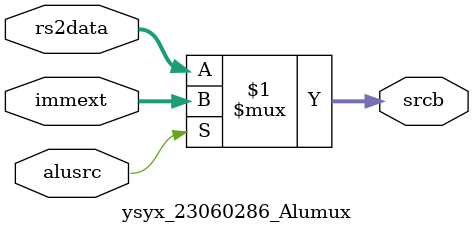
<source format=v>
module ysyx_23060286_Alumux (
    input [31:0] rs2data,
    input [31:0] immext,
    input alusrc,
    output [31:0] srcb
);
    assign srcb=(alusrc ? immext:rs2data);
endmodule

</source>
